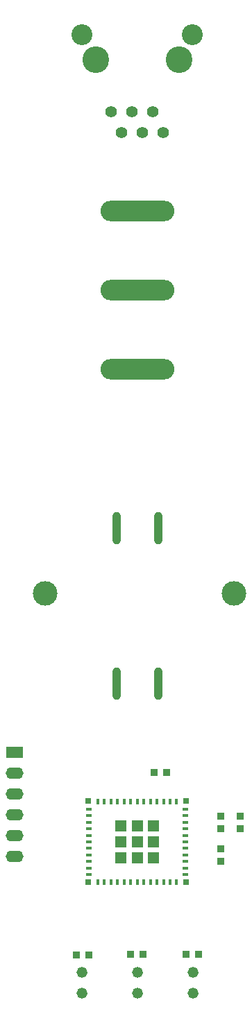
<source format=gbr>
%TF.GenerationSoftware,Altium Limited,Altium Designer,22.0.2 (36)*%
G04 Layer_Color=255*
%FSLAX45Y45*%
%MOMM*%
%TF.SameCoordinates,235A8577-C031-4008-B0C2-8E77F4E3A316*%
%TF.FilePolarity,Positive*%
%TF.FileFunction,Pads,Top*%
%TF.Part,Single*%
G01*
G75*
%TA.AperFunction,SMDPad,CuDef*%
%ADD10R,0.90000X0.90000*%
%ADD11R,0.90000X0.90000*%
%TA.AperFunction,BGAPad,CuDef*%
%ADD12R,1.45000X1.45000*%
%TA.AperFunction,SMDPad,CuDef*%
%ADD13R,0.80000X0.40000*%
%ADD14R,0.40000X0.80000*%
%ADD15R,0.70000X0.70000*%
%TA.AperFunction,ComponentPad*%
%ADD18C,1.32080*%
%ADD19O,1.00000X4.00000*%
%ADD20C,3.00000*%
%ADD21O,2.15900X1.39700*%
%ADD22R,2.15900X1.39700*%
%ADD23O,9.00000X2.50000*%
%ADD24C,2.55000*%
%ADD25C,1.40800*%
%ADD26C,3.25000*%
D10*
X2382400Y-8680000D02*
D03*
X2230000D02*
D03*
X2617600Y-10900000D02*
D03*
X2770000D02*
D03*
X1940000D02*
D03*
X2092400D02*
D03*
X1277600Y-10910000D02*
D03*
X1430000D02*
D03*
D11*
X3280000Y-9220000D02*
D03*
Y-9372400D02*
D03*
X3040000D02*
D03*
Y-9220000D02*
D03*
Y-9617600D02*
D03*
Y-9770000D02*
D03*
D12*
X2220084Y-9727500D02*
D03*
X2022700Y-9530000D02*
D03*
X1825200Y-9727500D02*
D03*
X2022700D02*
D03*
X2220084Y-9530000D02*
D03*
X2220200Y-9332500D02*
D03*
X2022700D02*
D03*
X1825200D02*
D03*
Y-9530000D02*
D03*
D13*
X2612700Y-9930000D02*
D03*
Y-9850000D02*
D03*
Y-9770000D02*
D03*
Y-9690000D02*
D03*
Y-9610000D02*
D03*
Y-9530000D02*
D03*
Y-9450000D02*
D03*
Y-9370000D02*
D03*
Y-9290000D02*
D03*
Y-9210000D02*
D03*
Y-9130000D02*
D03*
X1432700D02*
D03*
Y-9210000D02*
D03*
Y-9290000D02*
D03*
Y-9370000D02*
D03*
Y-9450000D02*
D03*
Y-9530000D02*
D03*
Y-9610000D02*
D03*
Y-9690000D02*
D03*
Y-9770000D02*
D03*
Y-9850000D02*
D03*
Y-9930000D02*
D03*
D14*
X2502700Y-9040000D02*
D03*
X2422700D02*
D03*
X2342700D02*
D03*
X2262700D02*
D03*
X2182700D02*
D03*
X2102700D02*
D03*
X2022700D02*
D03*
X1942700D02*
D03*
X1862700D02*
D03*
X1782700D02*
D03*
X1702700D02*
D03*
X1622700D02*
D03*
X1542700D02*
D03*
Y-10020000D02*
D03*
X1622700D02*
D03*
X1702700D02*
D03*
X1782700D02*
D03*
X1862700D02*
D03*
X1942700D02*
D03*
X2022700D02*
D03*
X2102700D02*
D03*
X2182700D02*
D03*
X2262700D02*
D03*
X2342700D02*
D03*
X2422700D02*
D03*
X2502700D02*
D03*
D15*
X2617700Y-10025000D02*
D03*
Y-9035000D02*
D03*
X1427700D02*
D03*
Y-10025000D02*
D03*
D18*
X2700000Y-11377000D02*
D03*
Y-11123000D02*
D03*
X2025000Y-11377000D02*
D03*
Y-11123000D02*
D03*
X1350000Y-11377000D02*
D03*
Y-11123000D02*
D03*
D19*
X2276700Y-5700000D02*
D03*
X1768700D02*
D03*
Y-7600000D02*
D03*
X2276700D02*
D03*
D20*
X900000Y-6500000D02*
D03*
X3200000D02*
D03*
D21*
X530000Y-9705000D02*
D03*
Y-9451000D02*
D03*
Y-9197000D02*
D03*
Y-8943000D02*
D03*
Y-8689000D02*
D03*
D22*
Y-8435000D02*
D03*
D23*
X2022700Y-3762000D02*
D03*
X2022660Y-2800000D02*
D03*
X2022700Y-1838000D02*
D03*
D24*
X2697698Y313000D02*
D03*
X1347698Y313000D02*
D03*
D25*
X2340198Y-881000D02*
D03*
X2086198Y-881000D02*
D03*
X1832198Y-881000D02*
D03*
X2213198Y-627000D02*
D03*
X1959199D02*
D03*
X1705198D02*
D03*
D26*
X2530698Y8000D02*
D03*
X1514698D02*
D03*
%TF.MD5,0cd032419e06cacdb3cd16fe0c9adfe1*%
M02*

</source>
